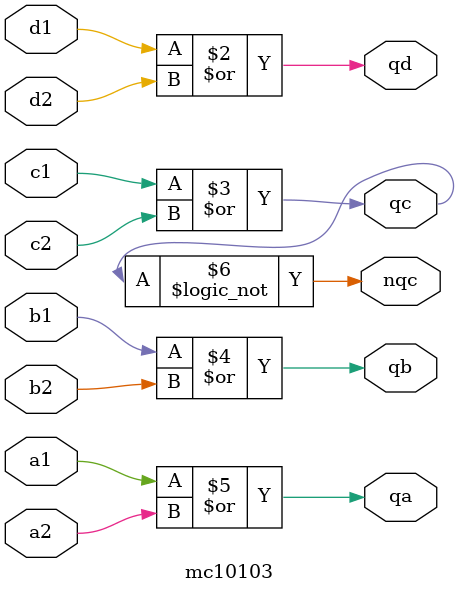
<source format=sv>
module mc10103(input bit a1, a2, b1, b2, c1, c2, d1, d2,
	       output bit qa,
	       output bit qb,
	       output bit qc, nqc,
	       output bit qd);
   
always_comb begin
   {qa, qb, qc, qd} = {a1 | a2, b1 | b2, c1 | c2, d1 | d2};
   nqc = !qc;
end


endmodule // mc10103

</source>
